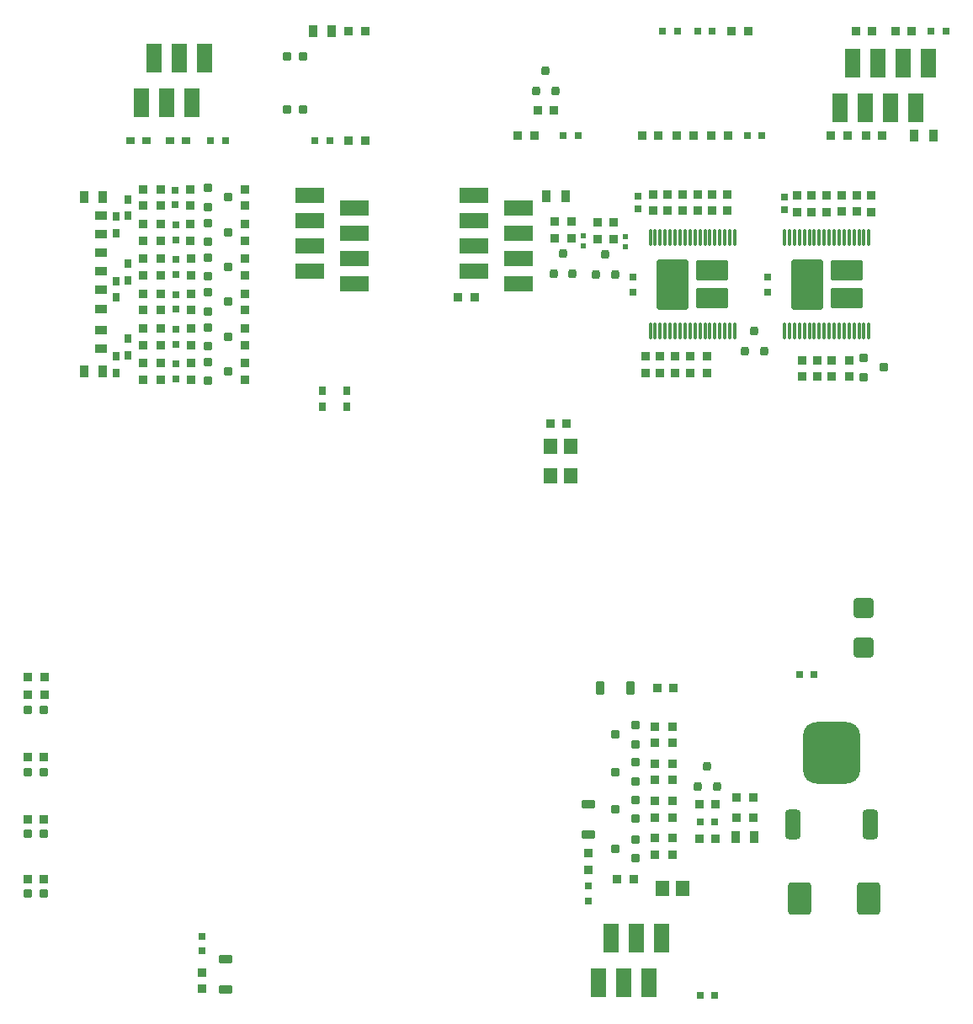
<source format=gbp>
G04*
G04 #@! TF.GenerationSoftware,Altium Limited,Altium Designer,18.1.9 (240)*
G04*
G04 Layer_Color=128*
%FSLAX25Y25*%
%MOIN*%
G70*
G01*
G75*
%ADD73R,0.11811X0.05906*%
%ADD74R,0.03740X0.03347*%
%ADD75R,0.03150X0.03150*%
%ADD76R,0.02756X0.03740*%
%ADD77R,0.05118X0.03543*%
G04:AMPARAMS|DCode=78|XSize=31.5mil|YSize=35.43mil|CornerRadius=7.87mil|HoleSize=0mil|Usage=FLASHONLY|Rotation=90.000|XOffset=0mil|YOffset=0mil|HoleType=Round|Shape=RoundedRectangle|*
%AMROUNDEDRECTD78*
21,1,0.03150,0.01968,0,0,90.0*
21,1,0.01575,0.03543,0,0,90.0*
1,1,0.01575,0.00984,0.00787*
1,1,0.01575,0.00984,-0.00787*
1,1,0.01575,-0.00984,-0.00787*
1,1,0.01575,-0.00984,0.00787*
%
%ADD78ROUNDEDRECTD78*%
%ADD79R,0.03347X0.03740*%
G04:AMPARAMS|DCode=80|XSize=31.5mil|YSize=35.43mil|CornerRadius=7.87mil|HoleSize=0mil|Usage=FLASHONLY|Rotation=180.000|XOffset=0mil|YOffset=0mil|HoleType=Round|Shape=RoundedRectangle|*
%AMROUNDEDRECTD80*
21,1,0.03150,0.01968,0,0,180.0*
21,1,0.01575,0.03543,0,0,180.0*
1,1,0.01575,-0.00787,0.00984*
1,1,0.01575,0.00787,0.00984*
1,1,0.01575,0.00787,-0.00984*
1,1,0.01575,-0.00787,-0.00984*
%
%ADD80ROUNDEDRECTD80*%
%ADD81R,0.02559X0.02953*%
%ADD82O,0.01378X0.07087*%
G04:AMPARAMS|DCode=83|XSize=125.98mil|YSize=78.74mil|CornerRadius=3.94mil|HoleSize=0mil|Usage=FLASHONLY|Rotation=0.000|XOffset=0mil|YOffset=0mil|HoleType=Round|Shape=RoundedRectangle|*
%AMROUNDEDRECTD83*
21,1,0.12598,0.07087,0,0,0.0*
21,1,0.11811,0.07874,0,0,0.0*
1,1,0.00787,0.05906,-0.03543*
1,1,0.00787,-0.05906,-0.03543*
1,1,0.00787,-0.05906,0.03543*
1,1,0.00787,0.05906,0.03543*
%
%ADD83ROUNDEDRECTD83*%
G04:AMPARAMS|DCode=84|XSize=125.98mil|YSize=196.85mil|CornerRadius=6.3mil|HoleSize=0mil|Usage=FLASHONLY|Rotation=0.000|XOffset=0mil|YOffset=0mil|HoleType=Round|Shape=RoundedRectangle|*
%AMROUNDEDRECTD84*
21,1,0.12598,0.18425,0,0,0.0*
21,1,0.11339,0.19685,0,0,0.0*
1,1,0.01260,0.05669,-0.09213*
1,1,0.01260,-0.05669,-0.09213*
1,1,0.01260,-0.05669,0.09213*
1,1,0.01260,0.05669,0.09213*
%
%ADD84ROUNDEDRECTD84*%
%ADD85R,0.05906X0.11811*%
%ADD86R,0.03150X0.03150*%
%ADD87R,0.03543X0.05118*%
G04:AMPARAMS|DCode=88|XSize=31.5mil|YSize=31.5mil|CornerRadius=4.72mil|HoleSize=0mil|Usage=FLASHONLY|Rotation=270.000|XOffset=0mil|YOffset=0mil|HoleType=Round|Shape=RoundedRectangle|*
%AMROUNDEDRECTD88*
21,1,0.03150,0.02205,0,0,270.0*
21,1,0.02205,0.03150,0,0,270.0*
1,1,0.00945,-0.01102,-0.01102*
1,1,0.00945,-0.01102,0.01102*
1,1,0.00945,0.01102,0.01102*
1,1,0.00945,0.01102,-0.01102*
%
%ADD88ROUNDEDRECTD88*%
%ADD89R,0.03740X0.02756*%
G04:AMPARAMS|DCode=90|XSize=35.43mil|YSize=51.18mil|CornerRadius=5.32mil|HoleSize=0mil|Usage=FLASHONLY|Rotation=270.000|XOffset=0mil|YOffset=0mil|HoleType=Round|Shape=RoundedRectangle|*
%AMROUNDEDRECTD90*
21,1,0.03543,0.04055,0,0,270.0*
21,1,0.02480,0.05118,0,0,270.0*
1,1,0.01063,-0.02028,-0.01240*
1,1,0.01063,-0.02028,0.01240*
1,1,0.01063,0.02028,0.01240*
1,1,0.01063,0.02028,-0.01240*
%
%ADD90ROUNDEDRECTD90*%
%ADD91R,0.05315X0.06102*%
G04:AMPARAMS|DCode=92|XSize=62.99mil|YSize=118.11mil|CornerRadius=15.75mil|HoleSize=0mil|Usage=FLASHONLY|Rotation=180.000|XOffset=0mil|YOffset=0mil|HoleType=Round|Shape=RoundedRectangle|*
%AMROUNDEDRECTD92*
21,1,0.06299,0.08661,0,0,180.0*
21,1,0.03150,0.11811,0,0,180.0*
1,1,0.03150,-0.01575,0.04331*
1,1,0.03150,0.01575,0.04331*
1,1,0.03150,0.01575,-0.04331*
1,1,0.03150,-0.01575,-0.04331*
%
%ADD92ROUNDEDRECTD92*%
G04:AMPARAMS|DCode=93|XSize=228.35mil|YSize=244.1mil|CornerRadius=57.09mil|HoleSize=0mil|Usage=FLASHONLY|Rotation=180.000|XOffset=0mil|YOffset=0mil|HoleType=Round|Shape=RoundedRectangle|*
%AMROUNDEDRECTD93*
21,1,0.22835,0.12992,0,0,180.0*
21,1,0.11417,0.24410,0,0,180.0*
1,1,0.11417,-0.05709,0.06496*
1,1,0.11417,0.05709,0.06496*
1,1,0.11417,0.05709,-0.06496*
1,1,0.11417,-0.05709,-0.06496*
%
%ADD93ROUNDEDRECTD93*%
G04:AMPARAMS|DCode=94|XSize=35.43mil|YSize=51.18mil|CornerRadius=5.32mil|HoleSize=0mil|Usage=FLASHONLY|Rotation=0.000|XOffset=0mil|YOffset=0mil|HoleType=Round|Shape=RoundedRectangle|*
%AMROUNDEDRECTD94*
21,1,0.03543,0.04055,0,0,0.0*
21,1,0.02480,0.05118,0,0,0.0*
1,1,0.01063,0.01240,-0.02028*
1,1,0.01063,-0.01240,-0.02028*
1,1,0.01063,-0.01240,0.02028*
1,1,0.01063,0.01240,0.02028*
%
%ADD94ROUNDEDRECTD94*%
G04:AMPARAMS|DCode=95|XSize=90.55mil|YSize=129.92mil|CornerRadius=13.58mil|HoleSize=0mil|Usage=FLASHONLY|Rotation=0.000|XOffset=0mil|YOffset=0mil|HoleType=Round|Shape=RoundedRectangle|*
%AMROUNDEDRECTD95*
21,1,0.09055,0.10276,0,0,0.0*
21,1,0.06339,0.12992,0,0,0.0*
1,1,0.02717,0.03169,-0.05138*
1,1,0.02717,-0.03169,-0.05138*
1,1,0.02717,-0.03169,0.05138*
1,1,0.02717,0.03169,0.05138*
%
%ADD95ROUNDEDRECTD95*%
G04:AMPARAMS|DCode=96|XSize=78.74mil|YSize=78.74mil|CornerRadius=11.81mil|HoleSize=0mil|Usage=FLASHONLY|Rotation=0.000|XOffset=0mil|YOffset=0mil|HoleType=Round|Shape=RoundedRectangle|*
%AMROUNDEDRECTD96*
21,1,0.07874,0.05512,0,0,0.0*
21,1,0.05512,0.07874,0,0,0.0*
1,1,0.02362,0.02756,-0.02756*
1,1,0.02362,-0.02756,-0.02756*
1,1,0.02362,-0.02756,0.02756*
1,1,0.02362,0.02756,0.02756*
%
%ADD96ROUNDEDRECTD96*%
%ADD97R,0.01968X0.01968*%
D73*
X184055Y320650D02*
D03*
X201772Y315650D02*
D03*
X184055Y310650D02*
D03*
X201772Y305650D02*
D03*
X184055Y300650D02*
D03*
X201772Y295650D02*
D03*
X184055Y290650D02*
D03*
X201772Y285650D02*
D03*
X136811D02*
D03*
X119095Y290650D02*
D03*
X136811Y295650D02*
D03*
X119095Y300650D02*
D03*
X136811Y305650D02*
D03*
X119095Y310650D02*
D03*
X136811Y315650D02*
D03*
X119095Y320650D02*
D03*
D74*
X53228Y316634D02*
D03*
Y323130D02*
D03*
X59961Y316634D02*
D03*
Y323130D02*
D03*
X71772Y316634D02*
D03*
Y323130D02*
D03*
X71850Y302854D02*
D03*
Y309350D02*
D03*
X53228Y309350D02*
D03*
Y302854D02*
D03*
X60118Y289075D02*
D03*
Y295571D02*
D03*
Y275295D02*
D03*
Y281791D02*
D03*
X53228D02*
D03*
Y275295D02*
D03*
X60118Y247736D02*
D03*
Y254232D02*
D03*
X53228D02*
D03*
Y247736D02*
D03*
X71929D02*
D03*
Y254232D02*
D03*
X254921Y314665D02*
D03*
Y321161D02*
D03*
X266732Y321161D02*
D03*
Y314665D02*
D03*
X284449Y321161D02*
D03*
Y314665D02*
D03*
X311973Y314173D02*
D03*
Y320669D02*
D03*
X317878Y314173D02*
D03*
Y320669D02*
D03*
X329689Y314232D02*
D03*
X329689Y320728D02*
D03*
X325850Y255403D02*
D03*
Y248907D02*
D03*
X319945Y248907D02*
D03*
Y255403D02*
D03*
X276472Y250502D02*
D03*
Y256998D02*
D03*
X269685Y256998D02*
D03*
Y250502D02*
D03*
X251969Y256998D02*
D03*
Y250502D02*
D03*
X76378Y6555D02*
D03*
Y13051D02*
D03*
X262795Y104035D02*
D03*
Y110531D02*
D03*
X255906D02*
D03*
Y104035D02*
D03*
Y95768D02*
D03*
Y89272D02*
D03*
X255906Y81004D02*
D03*
Y74508D02*
D03*
X262795D02*
D03*
Y81004D02*
D03*
Y89272D02*
D03*
Y95768D02*
D03*
X229331Y60335D02*
D03*
Y53839D02*
D03*
X262795Y66240D02*
D03*
Y59744D02*
D03*
X255906Y59744D02*
D03*
X255906Y66240D02*
D03*
X272638Y321161D02*
D03*
Y314665D02*
D03*
X323784Y314173D02*
D03*
Y320669D02*
D03*
X263779Y256998D02*
D03*
Y250502D02*
D03*
X314039Y248907D02*
D03*
Y255403D02*
D03*
X257874Y250502D02*
D03*
X257874Y256998D02*
D03*
X260827Y321161D02*
D03*
Y314665D02*
D03*
X335595Y320728D02*
D03*
Y314232D02*
D03*
X278543Y321161D02*
D03*
Y314665D02*
D03*
X341500Y314173D02*
D03*
Y320669D02*
D03*
X332740Y255403D02*
D03*
Y248907D02*
D03*
X93583Y247736D02*
D03*
Y254232D02*
D03*
Y275295D02*
D03*
Y281791D02*
D03*
X93504Y302854D02*
D03*
Y309350D02*
D03*
X60039D02*
D03*
Y302854D02*
D03*
X71929Y281791D02*
D03*
Y275295D02*
D03*
X93583Y268012D02*
D03*
Y261516D02*
D03*
Y295571D02*
D03*
Y289075D02*
D03*
X93425Y323130D02*
D03*
Y316634D02*
D03*
X53228Y268012D02*
D03*
Y261516D02*
D03*
X53228Y295571D02*
D03*
Y289075D02*
D03*
X60118Y268012D02*
D03*
Y261516D02*
D03*
X71929Y268012D02*
D03*
Y261516D02*
D03*
X71929Y295571D02*
D03*
Y289075D02*
D03*
D75*
X65866Y322835D02*
D03*
Y316929D02*
D03*
X65945Y309055D02*
D03*
Y303150D02*
D03*
X66024Y253937D02*
D03*
Y248031D02*
D03*
X300256Y288386D02*
D03*
Y282480D02*
D03*
X76378Y27520D02*
D03*
Y21614D02*
D03*
X229331Y41535D02*
D03*
Y47441D02*
D03*
X247047Y282480D02*
D03*
Y288386D02*
D03*
X66024Y275590D02*
D03*
Y281496D02*
D03*
X66024Y261811D02*
D03*
Y267717D02*
D03*
X66024Y289370D02*
D03*
Y295276D02*
D03*
D76*
X47244Y319193D02*
D03*
Y312697D02*
D03*
X42323Y305807D02*
D03*
X42323Y312303D02*
D03*
X124016Y243406D02*
D03*
Y236910D02*
D03*
X133858Y243406D02*
D03*
Y236910D02*
D03*
X47244Y257382D02*
D03*
Y263878D02*
D03*
X47244Y287106D02*
D03*
Y293602D02*
D03*
X42323Y256988D02*
D03*
Y250492D02*
D03*
Y286713D02*
D03*
Y280217D02*
D03*
D77*
X36417Y305315D02*
D03*
Y312795D02*
D03*
Y267520D02*
D03*
Y260039D02*
D03*
Y283268D02*
D03*
Y275787D02*
D03*
Y290551D02*
D03*
Y298031D02*
D03*
D78*
X78598Y316132D02*
D03*
Y323632D02*
D03*
X86598Y319932D02*
D03*
X78677Y302352D02*
D03*
Y309852D02*
D03*
X86677Y306152D02*
D03*
X78756Y288573D02*
D03*
Y296073D02*
D03*
X86756Y292373D02*
D03*
X78756Y274793D02*
D03*
Y282293D02*
D03*
X86756Y278593D02*
D03*
X78756Y261014D02*
D03*
Y268514D02*
D03*
X86756Y264814D02*
D03*
X78756Y247234D02*
D03*
Y254734D02*
D03*
X86756Y251034D02*
D03*
X338583Y248799D02*
D03*
Y256299D02*
D03*
X346583Y252599D02*
D03*
X248095Y111033D02*
D03*
Y103533D02*
D03*
X240094Y107234D02*
D03*
X248095Y96270D02*
D03*
Y88770D02*
D03*
X240094Y92470D02*
D03*
X248095Y81506D02*
D03*
Y74006D02*
D03*
X240094Y77706D02*
D03*
X248095Y65758D02*
D03*
Y58258D02*
D03*
X240094Y61958D02*
D03*
D79*
X216240Y303602D02*
D03*
X222736D02*
D03*
X232973Y310118D02*
D03*
X239469D02*
D03*
X216240Y310492D02*
D03*
X222736D02*
D03*
X345768Y344488D02*
D03*
X339272D02*
D03*
X325492D02*
D03*
X331988D02*
D03*
X250689D02*
D03*
X257185D02*
D03*
X207972D02*
D03*
X201476D02*
D03*
X134547Y385827D02*
D03*
X141043D02*
D03*
X13917Y73819D02*
D03*
X7421D02*
D03*
X7579Y123031D02*
D03*
X14075D02*
D03*
X7579Y129921D02*
D03*
X14075D02*
D03*
X214272Y230315D02*
D03*
X220768D02*
D03*
X256594Y125787D02*
D03*
X263091D02*
D03*
X273327Y79724D02*
D03*
X279823D02*
D03*
X288248Y82382D02*
D03*
X294744D02*
D03*
X270965Y344488D02*
D03*
X264469D02*
D03*
X294744Y74508D02*
D03*
X288248D02*
D03*
X273327Y65945D02*
D03*
X279823D02*
D03*
X7421Y50197D02*
D03*
X13917D02*
D03*
X240846Y50197D02*
D03*
X247342D02*
D03*
X13917Y98425D02*
D03*
X7421Y98425D02*
D03*
X177854Y280217D02*
D03*
X184350D02*
D03*
X239469Y303228D02*
D03*
X232973D02*
D03*
X351083Y385827D02*
D03*
X357579D02*
D03*
X278248Y344488D02*
D03*
X284744D02*
D03*
X341831Y385827D02*
D03*
X335335D02*
D03*
X286122D02*
D03*
X292618D02*
D03*
X141043Y342520D02*
D03*
X134547D02*
D03*
X209350Y354331D02*
D03*
X215846D02*
D03*
D80*
X223238Y289760D02*
D03*
X215738D02*
D03*
X219438Y297760D02*
D03*
X239970Y289386D02*
D03*
X232470D02*
D03*
X236171Y297386D02*
D03*
X299026Y258982D02*
D03*
X291526D02*
D03*
X295226Y266982D02*
D03*
X212548Y370142D02*
D03*
X208848Y362142D02*
D03*
X216348D02*
D03*
X280325Y86551D02*
D03*
X272825D02*
D03*
X276525Y94551D02*
D03*
D81*
X249016Y320374D02*
D03*
Y315453D02*
D03*
X307051Y319882D02*
D03*
X307051Y314961D02*
D03*
D82*
X287402Y266929D02*
D03*
X285433D02*
D03*
X283465D02*
D03*
X281496D02*
D03*
X279528Y266929D02*
D03*
X277559D02*
D03*
X275591D02*
D03*
X273622Y266929D02*
D03*
X271654D02*
D03*
X269685D02*
D03*
X267717D02*
D03*
X265748Y266929D02*
D03*
X263779Y266929D02*
D03*
X261811D02*
D03*
X259842D02*
D03*
X257874D02*
D03*
X255906D02*
D03*
X253937Y266929D02*
D03*
X287402Y303937D02*
D03*
X285433D02*
D03*
X283465D02*
D03*
X281496Y303937D02*
D03*
X279528D02*
D03*
X277559D02*
D03*
X275591D02*
D03*
X273622Y303937D02*
D03*
X271654D02*
D03*
X269685Y303937D02*
D03*
X267717D02*
D03*
X265748D02*
D03*
X263779D02*
D03*
X261811D02*
D03*
X259842Y303937D02*
D03*
X257874D02*
D03*
X255906D02*
D03*
X253937Y303937D02*
D03*
X307087Y303937D02*
D03*
X309055D02*
D03*
X311024D02*
D03*
X312992D02*
D03*
X314961Y303937D02*
D03*
X316929Y303937D02*
D03*
X318898D02*
D03*
X320866D02*
D03*
X322835D02*
D03*
X324803D02*
D03*
X326772D02*
D03*
X328740D02*
D03*
X330709D02*
D03*
X332677D02*
D03*
X334646Y303937D02*
D03*
X336614Y303937D02*
D03*
X338583D02*
D03*
X340551D02*
D03*
X307087Y266929D02*
D03*
X309055Y266929D02*
D03*
X311024D02*
D03*
X312992D02*
D03*
X314961Y266929D02*
D03*
X316929D02*
D03*
X318898Y266929D02*
D03*
X320866Y266929D02*
D03*
X322835D02*
D03*
X324803Y266929D02*
D03*
X326772D02*
D03*
X328740Y266929D02*
D03*
X330709D02*
D03*
X332677D02*
D03*
X334646Y266929D02*
D03*
X336614D02*
D03*
X338583Y266929D02*
D03*
X340551Y266929D02*
D03*
D83*
X278543Y279921D02*
D03*
Y290945D02*
D03*
X331693D02*
D03*
Y279921D02*
D03*
D84*
X262795Y285433D02*
D03*
X315945D02*
D03*
D85*
X328957Y355315D02*
D03*
X333957Y373031D02*
D03*
X338957Y355315D02*
D03*
X343957Y373031D02*
D03*
X348957Y355315D02*
D03*
X353957Y373031D02*
D03*
X358957Y355315D02*
D03*
X363957Y373031D02*
D03*
X52461Y357283D02*
D03*
X57461Y375000D02*
D03*
X62461Y357283D02*
D03*
X67461Y375000D02*
D03*
X72461Y357283D02*
D03*
X77461Y375000D02*
D03*
X233563Y9055D02*
D03*
X238563Y26772D02*
D03*
X243563Y9055D02*
D03*
X248563Y26772D02*
D03*
X253563Y9055D02*
D03*
X258563Y26772D02*
D03*
D86*
X371063Y385827D02*
D03*
X365158D02*
D03*
X272638D02*
D03*
X278543D02*
D03*
X264764D02*
D03*
X258858D02*
D03*
X219488Y344488D02*
D03*
X225394D02*
D03*
X79724Y342520D02*
D03*
X85630D02*
D03*
X279528Y3937D02*
D03*
X273622D02*
D03*
X318898Y130905D02*
D03*
X312992D02*
D03*
X126969Y342520D02*
D03*
X121063D02*
D03*
X298228Y344488D02*
D03*
X292323D02*
D03*
X273622Y72835D02*
D03*
X279528D02*
D03*
D87*
X358465Y344488D02*
D03*
X365945D02*
D03*
X120276Y385827D02*
D03*
X127756D02*
D03*
X295236Y66634D02*
D03*
X287756D02*
D03*
X212795Y320348D02*
D03*
X220276D02*
D03*
X37205Y250984D02*
D03*
X29724D02*
D03*
X37205Y319882D02*
D03*
X29724D02*
D03*
D88*
X110039Y375813D02*
D03*
X116339D02*
D03*
X7520Y44291D02*
D03*
X13819Y44291D02*
D03*
X7520Y92520D02*
D03*
X13819D02*
D03*
X7520Y117126D02*
D03*
X13819Y117126D02*
D03*
X109978Y354823D02*
D03*
X116277D02*
D03*
X13819Y67913D02*
D03*
X7520D02*
D03*
D89*
X70177Y342520D02*
D03*
X63681D02*
D03*
X47933D02*
D03*
X54429D02*
D03*
D90*
X85630Y6358D02*
D03*
Y18366D02*
D03*
X229331Y79823D02*
D03*
Y67815D02*
D03*
D91*
X214469Y221457D02*
D03*
X222539D02*
D03*
X214469Y209646D02*
D03*
X222539D02*
D03*
X258760Y46260D02*
D03*
X266831D02*
D03*
D92*
X341087Y71693D02*
D03*
X310488D02*
D03*
D93*
X325787Y99961D02*
D03*
D94*
X234154Y125787D02*
D03*
X246161D02*
D03*
D95*
X312992Y42323D02*
D03*
X340551D02*
D03*
D96*
X338583Y157480D02*
D03*
Y141732D02*
D03*
D97*
X244094Y304213D02*
D03*
Y300276D02*
D03*
X227362Y300650D02*
D03*
Y304587D02*
D03*
M02*

</source>
